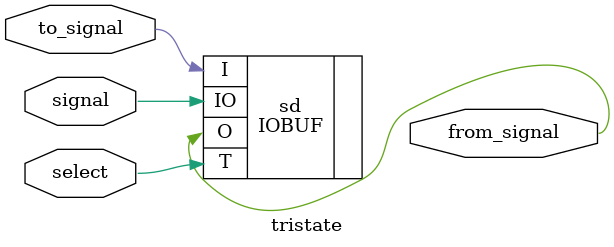
<source format=v>
module tristate(
	inout signal,
	input select,
	input to_signal,
	output from_signal
);
IOBUF sd(.T(select),.IO(signal),.I(to_signal),.O(from_signal) );
endmodule

</source>
